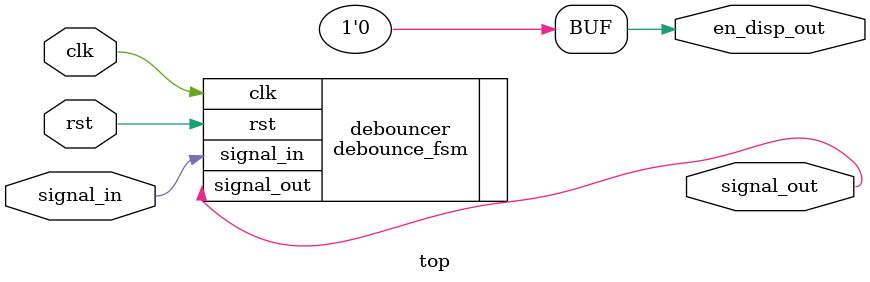
<source format=v>
`include "debounce_fsm.v"

module top (
    input wire clk,
    input wire rst,
    input wire signal_in,
    output wire signal_out,
    output wire en_disp_out
);

// module debounce_fsm #(
//     parameter CLK_FREQ_HZ = 12000000,
//     parameter DEBOUNCE_TIME_MS = 10
// ) (
//     input wire clk,
//     input wire rst,
//     input wire signal_in,
//     output reg signal_out
// );

debounce_fsm debouncer (
    .clk(clk),
    .rst(rst),
    .signal_in(signal_in),
    .signal_out(signal_out)
);

assign en_disp_out = 1'b0;

endmodule
</source>
